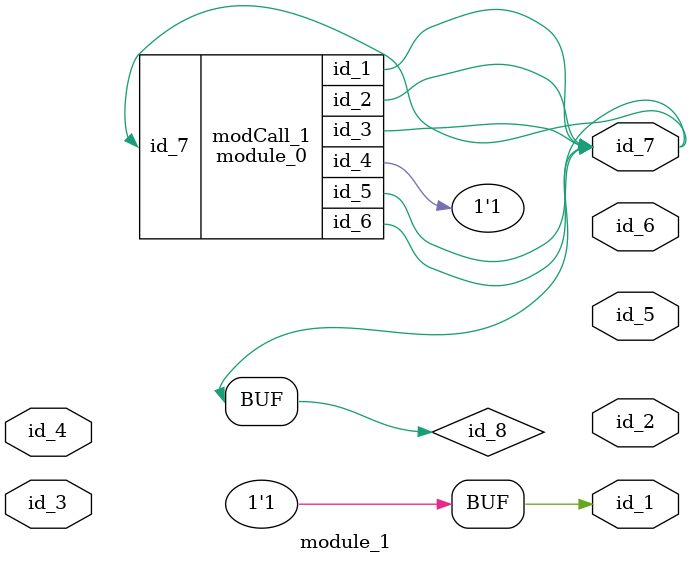
<source format=v>
module module_0 (
    id_1,
    id_2,
    id_3,
    id_4,
    id_5,
    id_6,
    id_7
);
  input wire id_7;
  inout wire id_6;
  output wire id_5;
  output wire id_4;
  inout wire id_3;
  inout wire id_2;
  output wire id_1;
  wire id_8;
endmodule
module module_1 (
    id_1,
    id_2,
    id_3,
    id_4,
    id_5,
    id_6,
    id_7
);
  output wire id_7;
  output wire id_6;
  output wire id_5;
  input wire id_4;
  input wire id_3;
  output wire id_2;
  output wire id_1;
  wire id_8;
  assign id_1 = 1;
  module_0 modCall_1 (
      id_8,
      id_8,
      id_8,
      id_1,
      id_7,
      id_8,
      id_8
  );
  assign id_7 = id_8;
endmodule

</source>
